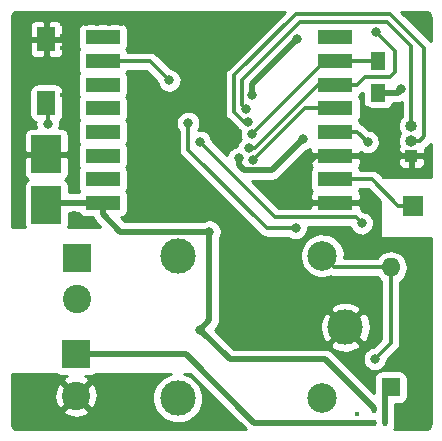
<source format=gtl>
G04 #@! TF.GenerationSoftware,KiCad,Pcbnew,no-vcs-found-44b118f~58~ubuntu16.04.1*
G04 #@! TF.CreationDate,2017-06-12T14:53:59+03:00*
G04 #@! TF.ProjectId,led_strip_actuator_node,6C65645F73747269705F616374756174,rev?*
G04 #@! TF.FileFunction,Copper,L1,Top,Signal*
G04 #@! TF.FilePolarity,Positive*
%FSLAX46Y46*%
G04 Gerber Fmt 4.6, Leading zero omitted, Abs format (unit mm)*
G04 Created by KiCad (PCBNEW no-vcs-found-44b118f~58~ubuntu16.04.1) date Mon Jun 12 14:53:59 2017*
%MOMM*%
%LPD*%
G01*
G04 APERTURE LIST*
%ADD10C,0.100000*%
%ADD11R,1.600000X2.000000*%
%ADD12R,2.500000X3.200000*%
%ADD13O,1.600000X1.600000*%
%ADD14R,1.600000X1.600000*%
%ADD15R,1.700000X1.700000*%
%ADD16R,1.300000X1.500000*%
%ADD17C,2.500000*%
%ADD18C,3.000000*%
%ADD19R,3.000000X1.200000*%
%ADD20R,2.400000X2.400000*%
%ADD21C,2.400000*%
%ADD22O,1.000000X1.000000*%
%ADD23R,1.000000X1.000000*%
%ADD24R,0.400000X0.600000*%
%ADD25C,0.400000*%
%ADD26C,0.800000*%
%ADD27C,0.350000*%
%ADD28C,0.500000*%
%ADD29C,0.254000*%
G04 APERTURE END LIST*
D10*
D11*
X114800000Y-59300000D03*
X114800000Y-64700000D03*
D12*
X114800000Y-69050000D03*
X114800000Y-73350000D03*
D13*
X143940000Y-78640000D03*
D14*
X143940000Y-88800000D03*
D15*
X145800000Y-73400000D03*
D16*
X142850000Y-61150000D03*
X142850000Y-63850000D03*
D17*
X138150000Y-77650000D03*
X138150000Y-89650000D03*
D18*
X140100000Y-83700000D03*
X125900000Y-77700000D03*
X125900000Y-89700000D03*
D19*
X139265935Y-59168221D03*
X139265935Y-61168221D03*
X139265935Y-63168221D03*
X139265935Y-65168221D03*
X139265935Y-67168221D03*
X139265935Y-69168221D03*
X139265935Y-71168221D03*
X139265935Y-73168221D03*
X119565935Y-73168221D03*
X119565935Y-71168221D03*
X119565935Y-69168221D03*
X119565935Y-67168221D03*
X119565935Y-65168221D03*
X119565935Y-63168221D03*
X119565935Y-61168221D03*
X119565935Y-59168221D03*
D20*
X117400000Y-77800000D03*
D21*
X117400000Y-81300000D03*
X117300000Y-89500000D03*
D20*
X117300000Y-86000000D03*
D22*
X145700000Y-66660000D03*
X145700000Y-67930000D03*
D23*
X145700000Y-69200000D03*
D24*
X143450000Y-90700000D03*
X142550000Y-90700000D03*
X143450000Y-91800000D03*
X142550000Y-91800000D03*
D25*
X113117568Y-58027381D03*
X116117568Y-58027381D03*
X117117568Y-58027381D03*
X118117568Y-58027381D03*
X119117568Y-58027381D03*
X120117568Y-58027381D03*
X121117568Y-58027381D03*
X122117568Y-58027381D03*
X123117568Y-58027381D03*
X124117568Y-58027381D03*
X125117568Y-58027381D03*
X147117568Y-58027381D03*
X113117568Y-59027381D03*
X116117568Y-59027381D03*
X117117568Y-59027381D03*
X122117568Y-59027381D03*
X113117568Y-60027381D03*
X116117568Y-60027381D03*
X117117568Y-60027381D03*
X122117568Y-60027381D03*
X113117568Y-61027381D03*
X114117568Y-61027381D03*
X115117568Y-61027381D03*
X116117568Y-61027381D03*
X117117568Y-61027381D03*
X113117568Y-62027381D03*
X114117568Y-62027381D03*
X115117568Y-62027381D03*
X116117568Y-62027381D03*
X117117568Y-62027381D03*
X113117568Y-63027381D03*
X114117568Y-63027381D03*
X115117568Y-63027381D03*
X116117568Y-63027381D03*
X117117568Y-63027381D03*
X113117568Y-64027381D03*
X116117568Y-64027381D03*
X117117568Y-64027381D03*
X123117568Y-64027381D03*
X127117568Y-64027381D03*
X113117568Y-65027381D03*
X127117568Y-65027381D03*
X129117568Y-65027381D03*
X144117568Y-65027381D03*
X113117568Y-66027381D03*
X144117568Y-66027381D03*
X117117568Y-67027381D03*
X117117568Y-68027381D03*
X144117568Y-70027381D03*
X124117568Y-71027381D03*
X125117568Y-71027381D03*
X117117568Y-72027381D03*
X124117568Y-72027381D03*
X125117568Y-72027381D03*
X117117568Y-74027381D03*
X123117568Y-74027381D03*
X117117568Y-75027381D03*
X118117568Y-75027381D03*
X132117568Y-76027381D03*
X140117568Y-76027381D03*
X143117568Y-77027381D03*
X144117568Y-77027381D03*
X145117568Y-77027381D03*
X146117568Y-77027381D03*
X147117568Y-77027381D03*
X146117568Y-78027381D03*
X147117568Y-78027381D03*
X146117568Y-79027381D03*
X147117568Y-79027381D03*
X131117568Y-80027381D03*
X132117568Y-80027381D03*
X133117568Y-80027381D03*
X134117568Y-80027381D03*
X135117568Y-80027381D03*
X136117568Y-80027381D03*
X137117568Y-80027381D03*
X138117568Y-80027381D03*
X139117568Y-80027381D03*
X140117568Y-80027381D03*
X143117568Y-80027381D03*
X146117568Y-80027381D03*
X147117568Y-80027381D03*
X132117568Y-81027381D03*
X133117568Y-81027381D03*
X134117568Y-81027381D03*
X135117568Y-81027381D03*
X136117568Y-81027381D03*
X137117568Y-81027381D03*
X138117568Y-81027381D03*
X139117568Y-81027381D03*
X140117568Y-81027381D03*
X145117568Y-81027381D03*
X146117568Y-81027381D03*
X147117568Y-81027381D03*
X132117568Y-82027381D03*
X133117568Y-82027381D03*
X134117568Y-82027381D03*
X138117568Y-82027381D03*
X146117568Y-82027381D03*
X147117568Y-82027381D03*
X132117568Y-83027381D03*
X133117568Y-83027381D03*
X134117568Y-83027381D03*
X146117568Y-83027381D03*
X147117568Y-83027381D03*
X132117568Y-84027381D03*
X133117568Y-84027381D03*
X134117568Y-84027381D03*
X146117568Y-84027381D03*
X147117568Y-84027381D03*
X132117568Y-85027381D03*
X133117568Y-85027381D03*
X134117568Y-85027381D03*
X138117568Y-85027381D03*
X146117568Y-85027381D03*
X147117568Y-85027381D03*
X145117568Y-86027381D03*
X146117568Y-86027381D03*
X147117568Y-86027381D03*
X141117568Y-87027381D03*
X145117568Y-87027381D03*
X146117568Y-87027381D03*
X147117568Y-87027381D03*
X142117568Y-88027381D03*
X146117568Y-88027381D03*
X147117568Y-88027381D03*
X113117568Y-89027381D03*
X114117568Y-89027381D03*
X115117568Y-89027381D03*
X120117568Y-89027381D03*
X121117568Y-89027381D03*
X122117568Y-89027381D03*
X123117568Y-89027381D03*
X146117568Y-89027381D03*
X147117568Y-89027381D03*
X113117568Y-90027381D03*
X114117568Y-90027381D03*
X115117568Y-90027381D03*
X120117568Y-90027381D03*
X121117568Y-90027381D03*
X122117568Y-90027381D03*
X123117568Y-90027381D03*
X146117568Y-90027381D03*
X147117568Y-90027381D03*
X113117568Y-91027381D03*
X114117568Y-91027381D03*
X115117568Y-91027381D03*
X116117568Y-91027381D03*
X120117568Y-91027381D03*
X121117568Y-91027381D03*
X122117568Y-91027381D03*
X123117568Y-91027381D03*
X124117568Y-91027381D03*
X141117568Y-91027381D03*
X145117568Y-91027381D03*
X146117568Y-91027381D03*
X147117568Y-91027381D03*
X113117568Y-92027381D03*
X114117568Y-92027381D03*
X115117568Y-92027381D03*
X116117568Y-92027381D03*
X117117568Y-92027381D03*
X118117568Y-92027381D03*
X119117568Y-92027381D03*
X120117568Y-92027381D03*
X121117568Y-92027381D03*
X122117568Y-92027381D03*
X123117568Y-92027381D03*
X124117568Y-92027381D03*
X125117568Y-92027381D03*
X128117568Y-92027381D03*
X129117568Y-92027381D03*
X130117568Y-92027381D03*
X131117568Y-92027381D03*
X145117568Y-92027381D03*
X146117568Y-92027381D03*
X147117568Y-92027381D03*
D26*
X128400000Y-57600000D03*
X124300000Y-60500000D03*
X142000000Y-65364998D03*
X133800000Y-71900000D03*
X135700000Y-71200000D03*
X127800002Y-83900000D03*
X136028353Y-59328353D03*
X132225021Y-64056295D03*
X144824990Y-63556337D03*
X131075010Y-69400000D03*
X128600000Y-75600000D03*
X136500000Y-67800000D03*
X132294179Y-69549988D03*
X142000000Y-68035002D03*
X135900000Y-75300000D03*
X114900000Y-66500000D03*
X126800000Y-66400000D03*
X142700000Y-58725021D03*
X131950010Y-68505204D03*
X142600000Y-86400000D03*
X125200000Y-62800000D03*
X127775010Y-68000000D03*
X141500000Y-74900000D03*
X132216086Y-67353621D03*
X131900000Y-66300000D03*
X131700000Y-65200000D03*
D27*
X142000000Y-65364998D02*
X142000000Y-66200000D01*
X142000000Y-66200000D02*
X145000000Y-69200000D01*
X145000000Y-69200000D02*
X145700000Y-69200000D01*
X127200000Y-57600000D02*
X128400000Y-57600000D01*
X124300000Y-60500000D02*
X127200000Y-57600000D01*
X135700000Y-71200000D02*
X134500000Y-71200000D01*
X134500000Y-71200000D02*
X133800000Y-71900000D01*
X135700000Y-71200000D02*
X137731779Y-69168221D01*
X137731779Y-69168221D02*
X139265935Y-69168221D01*
D28*
X142550000Y-90700000D02*
X142550000Y-90550000D01*
X142550000Y-90550000D02*
X138400000Y-86400000D01*
X130300002Y-86400000D02*
X127800002Y-83900000D01*
X138400000Y-86400000D02*
X130300002Y-86400000D01*
X128600000Y-83100002D02*
X127800002Y-83900000D01*
X128600000Y-75600000D02*
X128600000Y-83100002D01*
X132225021Y-64056295D02*
X132225021Y-63131685D01*
X132225021Y-63131685D02*
X136028353Y-59328353D01*
X144531327Y-63850000D02*
X144824990Y-63556337D01*
X142850000Y-63850000D02*
X144531327Y-63850000D01*
X131075010Y-69965685D02*
X131075010Y-69400000D01*
X131534315Y-70424990D02*
X131075010Y-69965685D01*
X136500000Y-67800000D02*
X133875010Y-70424990D01*
X133875010Y-70424990D02*
X131534315Y-70424990D01*
X128600000Y-75600000D02*
X121047714Y-75600000D01*
X121047714Y-75600000D02*
X119565935Y-74118221D01*
X119565935Y-74118221D02*
X119565935Y-73168221D01*
X119565935Y-73168221D02*
X114981779Y-73168221D01*
X114981779Y-73168221D02*
X114800000Y-73350000D01*
D27*
X136675946Y-65168221D02*
X132294179Y-69549988D01*
X139265935Y-65168221D02*
X136675946Y-65168221D01*
X139265935Y-67168221D02*
X141133219Y-67168221D01*
X141133219Y-67168221D02*
X142000000Y-68035002D01*
X133429986Y-75300000D02*
X135900000Y-75300000D01*
X126800000Y-66400000D02*
X126800000Y-68670014D01*
X126800000Y-68670014D02*
X133429986Y-75300000D01*
X114900000Y-66500000D02*
X114900000Y-64800000D01*
X114900000Y-64800000D02*
X114800000Y-64700000D01*
X144300000Y-60325021D02*
X142700000Y-58725021D01*
X144300000Y-62100000D02*
X144300000Y-60325021D01*
X143900000Y-62500000D02*
X144300000Y-62100000D01*
X141115935Y-63168221D02*
X141784156Y-62500000D01*
X139265935Y-63168221D02*
X141115935Y-63168221D01*
X141784156Y-62500000D02*
X143900000Y-62500000D01*
X139265935Y-63168221D02*
X137751783Y-63168221D01*
X137751783Y-63168221D02*
X132414800Y-68505204D01*
X132414800Y-68505204D02*
X131950010Y-68505204D01*
X143940000Y-78640000D02*
X143940000Y-85060000D01*
X143940000Y-85060000D02*
X142600000Y-86400000D01*
X143940000Y-78640000D02*
X139140000Y-78640000D01*
X139140000Y-78640000D02*
X138150000Y-77650000D01*
X119565935Y-61168221D02*
X123568221Y-61168221D01*
X123568221Y-61168221D02*
X125200000Y-62800000D01*
X141500000Y-74900000D02*
X141000000Y-74400000D01*
X141000000Y-74400000D02*
X134175010Y-74400000D01*
X134175010Y-74400000D02*
X127775010Y-68000000D01*
X138365935Y-61168221D02*
X132216086Y-67318070D01*
X139265935Y-61168221D02*
X138365935Y-61168221D01*
X132216086Y-67318070D02*
X132216086Y-67353621D01*
X139265935Y-61168221D02*
X142831779Y-61168221D01*
X142831779Y-61168221D02*
X142850000Y-61150000D01*
X139284156Y-61150000D02*
X139265935Y-61168221D01*
D28*
X142550000Y-91800000D02*
X132400000Y-91800000D01*
X126600000Y-86000000D02*
X117300000Y-86000000D01*
X132400000Y-91800000D02*
X126600000Y-86000000D01*
D27*
X145800000Y-73400000D02*
X144600000Y-73400000D01*
X144600000Y-73400000D02*
X142368221Y-71168221D01*
X142368221Y-71168221D02*
X139265935Y-71168221D01*
X139297714Y-71200000D02*
X139265935Y-71168221D01*
X131900000Y-66300000D02*
X131504998Y-66300000D01*
X131504998Y-66300000D02*
X130700001Y-65495003D01*
X130700001Y-65495003D02*
X130700001Y-62385743D01*
X130700001Y-62385743D02*
X135885744Y-57200000D01*
X135885744Y-57200000D02*
X143900000Y-57200000D01*
X143900000Y-57200000D02*
X146800000Y-60100000D01*
X146800000Y-60100000D02*
X146800000Y-67537106D01*
X146800000Y-67537106D02*
X146407106Y-67930000D01*
X146407106Y-67930000D02*
X145700000Y-67930000D01*
X131350011Y-64850011D02*
X131700000Y-65200000D01*
X131350011Y-62769243D02*
X131350011Y-64850011D01*
X143630757Y-57850011D02*
X136269243Y-57850011D01*
X145700000Y-59919254D02*
X143630757Y-57850011D01*
X136269243Y-57850011D02*
X131350011Y-62769243D01*
X145700000Y-66660000D02*
X145700000Y-59919254D01*
D28*
X143450000Y-90700000D02*
X143450000Y-89290000D01*
X143450000Y-89290000D02*
X143940000Y-88800000D01*
X143450000Y-90700000D02*
X143450000Y-91800000D01*
D29*
G36*
X115648815Y-87651185D02*
X115745506Y-87730537D01*
X115855820Y-87789502D01*
X115975518Y-87825812D01*
X116100000Y-87838072D01*
X116506903Y-87838072D01*
X116321514Y-87937164D01*
X116201626Y-88222020D01*
X117300000Y-89320395D01*
X118398374Y-88222020D01*
X118278486Y-87937164D01*
X118079088Y-87838072D01*
X118500000Y-87838072D01*
X118624482Y-87825812D01*
X118744180Y-87789502D01*
X118854494Y-87730537D01*
X118951185Y-87651185D01*
X118971033Y-87627000D01*
X125372681Y-87627000D01*
X125294284Y-87641955D01*
X124906077Y-87798801D01*
X124555728Y-88028063D01*
X124256582Y-88321008D01*
X124020033Y-88666479D01*
X123855091Y-89051317D01*
X123768040Y-89460862D01*
X123762194Y-89879517D01*
X123837776Y-90291333D01*
X123991908Y-90680626D01*
X124218719Y-91032567D01*
X124509569Y-91333751D01*
X124853380Y-91572706D01*
X125237057Y-91740330D01*
X125645984Y-91830239D01*
X126064588Y-91839007D01*
X126476922Y-91766302D01*
X126867281Y-91614891D01*
X127220797Y-91390543D01*
X127524004Y-91101803D01*
X127765354Y-90759668D01*
X127935652Y-90377171D01*
X128028413Y-89968881D01*
X128035091Y-89490652D01*
X127953766Y-89079931D01*
X127794214Y-88692829D01*
X127562512Y-88344089D01*
X127267485Y-88046995D01*
X126920371Y-87812864D01*
X126534391Y-87650613D01*
X126419358Y-87627000D01*
X126975420Y-87627000D01*
X131663421Y-92315000D01*
X112333503Y-92315000D01*
X112220031Y-92303874D01*
X112143110Y-92280650D01*
X112072159Y-92242925D01*
X112009892Y-92192142D01*
X111958673Y-92130228D01*
X111920456Y-92059547D01*
X111896694Y-91982788D01*
X111885000Y-91871521D01*
X111885000Y-90777980D01*
X116201626Y-90777980D01*
X116321514Y-91062836D01*
X116645210Y-91223699D01*
X116994069Y-91318322D01*
X117354684Y-91343067D01*
X117713198Y-91296985D01*
X118055833Y-91181846D01*
X118278486Y-91062836D01*
X118398374Y-90777980D01*
X117300000Y-89679605D01*
X116201626Y-90777980D01*
X111885000Y-90777980D01*
X111885000Y-89554684D01*
X115456933Y-89554684D01*
X115503015Y-89913198D01*
X115618154Y-90255833D01*
X115737164Y-90478486D01*
X116022020Y-90598374D01*
X117120395Y-89500000D01*
X117479605Y-89500000D01*
X118577980Y-90598374D01*
X118862836Y-90478486D01*
X119023699Y-90154790D01*
X119118322Y-89805931D01*
X119143067Y-89445316D01*
X119096985Y-89086802D01*
X118981846Y-88744167D01*
X118862836Y-88521514D01*
X118577980Y-88401626D01*
X117479605Y-89500000D01*
X117120395Y-89500000D01*
X116022020Y-88401626D01*
X115737164Y-88521514D01*
X115576301Y-88845210D01*
X115481678Y-89194069D01*
X115456933Y-89554684D01*
X111885000Y-89554684D01*
X111885000Y-87627000D01*
X115628967Y-87627000D01*
X115648815Y-87651185D01*
X115648815Y-87651185D01*
G37*
X115648815Y-87651185D02*
X115745506Y-87730537D01*
X115855820Y-87789502D01*
X115975518Y-87825812D01*
X116100000Y-87838072D01*
X116506903Y-87838072D01*
X116321514Y-87937164D01*
X116201626Y-88222020D01*
X117300000Y-89320395D01*
X118398374Y-88222020D01*
X118278486Y-87937164D01*
X118079088Y-87838072D01*
X118500000Y-87838072D01*
X118624482Y-87825812D01*
X118744180Y-87789502D01*
X118854494Y-87730537D01*
X118951185Y-87651185D01*
X118971033Y-87627000D01*
X125372681Y-87627000D01*
X125294284Y-87641955D01*
X124906077Y-87798801D01*
X124555728Y-88028063D01*
X124256582Y-88321008D01*
X124020033Y-88666479D01*
X123855091Y-89051317D01*
X123768040Y-89460862D01*
X123762194Y-89879517D01*
X123837776Y-90291333D01*
X123991908Y-90680626D01*
X124218719Y-91032567D01*
X124509569Y-91333751D01*
X124853380Y-91572706D01*
X125237057Y-91740330D01*
X125645984Y-91830239D01*
X126064588Y-91839007D01*
X126476922Y-91766302D01*
X126867281Y-91614891D01*
X127220797Y-91390543D01*
X127524004Y-91101803D01*
X127765354Y-90759668D01*
X127935652Y-90377171D01*
X128028413Y-89968881D01*
X128035091Y-89490652D01*
X127953766Y-89079931D01*
X127794214Y-88692829D01*
X127562512Y-88344089D01*
X127267485Y-88046995D01*
X126920371Y-87812864D01*
X126534391Y-87650613D01*
X126419358Y-87627000D01*
X126975420Y-87627000D01*
X131663421Y-92315000D01*
X112333503Y-92315000D01*
X112220031Y-92303874D01*
X112143110Y-92280650D01*
X112072159Y-92242925D01*
X112009892Y-92192142D01*
X111958673Y-92130228D01*
X111920456Y-92059547D01*
X111896694Y-91982788D01*
X111885000Y-91871521D01*
X111885000Y-90777980D01*
X116201626Y-90777980D01*
X116321514Y-91062836D01*
X116645210Y-91223699D01*
X116994069Y-91318322D01*
X117354684Y-91343067D01*
X117713198Y-91296985D01*
X118055833Y-91181846D01*
X118278486Y-91062836D01*
X118398374Y-90777980D01*
X117300000Y-89679605D01*
X116201626Y-90777980D01*
X111885000Y-90777980D01*
X111885000Y-89554684D01*
X115456933Y-89554684D01*
X115503015Y-89913198D01*
X115618154Y-90255833D01*
X115737164Y-90478486D01*
X116022020Y-90598374D01*
X117120395Y-89500000D01*
X117479605Y-89500000D01*
X118577980Y-90598374D01*
X118862836Y-90478486D01*
X119023699Y-90154790D01*
X119118322Y-89805931D01*
X119143067Y-89445316D01*
X119096985Y-89086802D01*
X118981846Y-88744167D01*
X118862836Y-88521514D01*
X118577980Y-88401626D01*
X117479605Y-89500000D01*
X117120395Y-89500000D01*
X116022020Y-88401626D01*
X115737164Y-88521514D01*
X115576301Y-88845210D01*
X115481678Y-89194069D01*
X115456933Y-89554684D01*
X111885000Y-89554684D01*
X111885000Y-87627000D01*
X115628967Y-87627000D01*
X115648815Y-87651185D01*
G36*
X130127245Y-61812987D02*
X130079744Y-61870814D01*
X130031659Y-61928120D01*
X130029609Y-61931848D01*
X130026903Y-61935143D01*
X129991542Y-62001091D01*
X129955501Y-62066650D01*
X129954212Y-62070713D01*
X129952201Y-62074464D01*
X129930349Y-62145938D01*
X129907701Y-62217335D01*
X129907226Y-62221573D01*
X129905982Y-62225641D01*
X129898426Y-62300026D01*
X129890080Y-62374434D01*
X129890022Y-62382760D01*
X129890006Y-62382916D01*
X129890020Y-62383061D01*
X129890001Y-62385743D01*
X129890001Y-65495003D01*
X129897309Y-65569538D01*
X129903824Y-65644004D01*
X129905011Y-65648090D01*
X129905427Y-65652333D01*
X129927054Y-65723965D01*
X129947927Y-65795811D01*
X129949889Y-65799596D01*
X129951119Y-65803670D01*
X129986224Y-65869692D01*
X130020678Y-65936161D01*
X130023336Y-65939491D01*
X130025335Y-65943250D01*
X130072621Y-66001228D01*
X130119304Y-66059707D01*
X130125146Y-66065630D01*
X130125249Y-66065757D01*
X130125366Y-66065854D01*
X130127245Y-66067759D01*
X130932242Y-66872757D01*
X130990077Y-66920263D01*
X131047375Y-66968342D01*
X131051106Y-66970393D01*
X131054399Y-66973098D01*
X131120326Y-67008447D01*
X131173475Y-67037667D01*
X131215767Y-67081461D01*
X131182559Y-67237692D01*
X131179725Y-67440647D01*
X131216366Y-67640286D01*
X131254789Y-67737332D01*
X131153318Y-67836700D01*
X131038644Y-68004176D01*
X130958684Y-68190737D01*
X130919306Y-68375993D01*
X130781373Y-68402306D01*
X130593178Y-68478341D01*
X130423337Y-68589482D01*
X130278318Y-68731496D01*
X130163644Y-68898972D01*
X130083684Y-69085533D01*
X130070076Y-69149554D01*
X128807837Y-67887315D01*
X128770630Y-67699405D01*
X128693283Y-67511746D01*
X128580958Y-67342684D01*
X128437936Y-67198660D01*
X128269663Y-67085158D01*
X128082549Y-67006503D01*
X127883720Y-66965689D01*
X127680751Y-66964272D01*
X127666722Y-66966948D01*
X127704282Y-66913703D01*
X127786839Y-66728278D01*
X127831807Y-66530348D01*
X127835044Y-66298513D01*
X127795620Y-66099405D01*
X127718273Y-65911746D01*
X127605948Y-65742684D01*
X127462926Y-65598660D01*
X127294653Y-65485158D01*
X127107539Y-65406503D01*
X126908710Y-65365689D01*
X126705741Y-65364272D01*
X126506363Y-65402306D01*
X126318168Y-65478341D01*
X126148327Y-65589482D01*
X126003308Y-65731496D01*
X125888634Y-65898972D01*
X125808674Y-66085533D01*
X125766473Y-66284071D01*
X125763639Y-66487026D01*
X125800280Y-66686665D01*
X125875000Y-66875386D01*
X125984953Y-67045999D01*
X125990000Y-67051225D01*
X125990000Y-68670014D01*
X125997308Y-68744549D01*
X126003823Y-68819015D01*
X126005010Y-68823101D01*
X126005426Y-68827344D01*
X126027052Y-68898972D01*
X126047926Y-68970822D01*
X126049888Y-68974607D01*
X126051118Y-68978681D01*
X126086223Y-69044703D01*
X126120677Y-69111172D01*
X126123335Y-69114502D01*
X126125334Y-69118261D01*
X126172620Y-69176239D01*
X126219303Y-69234718D01*
X126225145Y-69240641D01*
X126225248Y-69240768D01*
X126225365Y-69240865D01*
X126227244Y-69242770D01*
X132857229Y-75872756D01*
X132915082Y-75920277D01*
X132972363Y-75968342D01*
X132976091Y-75970392D01*
X132979386Y-75973098D01*
X133045334Y-76008459D01*
X133110893Y-76044500D01*
X133114956Y-76045789D01*
X133118707Y-76047800D01*
X133190181Y-76069652D01*
X133261578Y-76092300D01*
X133265816Y-76092775D01*
X133269884Y-76094019D01*
X133344269Y-76101575D01*
X133418677Y-76109921D01*
X133427003Y-76109979D01*
X133427159Y-76109995D01*
X133427304Y-76109981D01*
X133429986Y-76110000D01*
X135251840Y-76110000D01*
X135392622Y-76207846D01*
X135578620Y-76289106D01*
X135776859Y-76332692D01*
X135979788Y-76336943D01*
X136179679Y-76301697D01*
X136368916Y-76228296D01*
X136540293Y-76119537D01*
X136687281Y-75979563D01*
X136804282Y-75813703D01*
X136886839Y-75628278D01*
X136931807Y-75430348D01*
X136934884Y-75210000D01*
X140509519Y-75210000D01*
X140575000Y-75375386D01*
X140684953Y-75545999D01*
X140825950Y-75692006D01*
X140992622Y-75807846D01*
X141178620Y-75889106D01*
X141376859Y-75932692D01*
X141579788Y-75936943D01*
X141779679Y-75901697D01*
X141968916Y-75828296D01*
X142140293Y-75719537D01*
X142287281Y-75579563D01*
X142404282Y-75413703D01*
X142486839Y-75228278D01*
X142531807Y-75030348D01*
X142535044Y-74798513D01*
X142495620Y-74599405D01*
X142418273Y-74411746D01*
X142305948Y-74242684D01*
X142162926Y-74098660D01*
X141994653Y-73985158D01*
X141807539Y-73906503D01*
X141611845Y-73866332D01*
X141572756Y-73827244D01*
X141514929Y-73779743D01*
X141457623Y-73731658D01*
X141453895Y-73729608D01*
X141450600Y-73726902D01*
X141400935Y-73700272D01*
X141400935Y-73453971D01*
X141242185Y-73295221D01*
X139392935Y-73295221D01*
X139392935Y-73315221D01*
X139138935Y-73315221D01*
X139138935Y-73295221D01*
X137289685Y-73295221D01*
X137130935Y-73453971D01*
X137130935Y-73590000D01*
X134510523Y-73590000D01*
X132230513Y-71309990D01*
X133875010Y-71309990D01*
X133956366Y-71302013D01*
X134037806Y-71294888D01*
X134042277Y-71293589D01*
X134046907Y-71293135D01*
X134125141Y-71269515D01*
X134203670Y-71246700D01*
X134207803Y-71244558D01*
X134212257Y-71243213D01*
X134284398Y-71204855D01*
X134357016Y-71167214D01*
X134360656Y-71164308D01*
X134364762Y-71162125D01*
X134428081Y-71110483D01*
X134492001Y-71059456D01*
X134498484Y-71053063D01*
X134498611Y-71052960D01*
X134498708Y-71052843D01*
X134500800Y-71050780D01*
X136743503Y-68808076D01*
X136779679Y-68801697D01*
X136968916Y-68728296D01*
X137130935Y-68625476D01*
X137130935Y-68882471D01*
X137289685Y-69041221D01*
X139138935Y-69041221D01*
X139138935Y-69021221D01*
X139392935Y-69021221D01*
X139392935Y-69041221D01*
X141242185Y-69041221D01*
X141400935Y-68882471D01*
X141400935Y-68879124D01*
X141492622Y-68942848D01*
X141678620Y-69024108D01*
X141876859Y-69067694D01*
X142079788Y-69071945D01*
X142279679Y-69036699D01*
X142468916Y-68963298D01*
X142640293Y-68854539D01*
X142787281Y-68714565D01*
X142904282Y-68548705D01*
X142986839Y-68363280D01*
X143031807Y-68165350D01*
X143035044Y-67933515D01*
X142995620Y-67734407D01*
X142918273Y-67546748D01*
X142805948Y-67377686D01*
X142662926Y-67233662D01*
X142494653Y-67120160D01*
X142307539Y-67041505D01*
X142111845Y-67001335D01*
X141705975Y-66595465D01*
X141648148Y-66547964D01*
X141590842Y-66499879D01*
X141587114Y-66497829D01*
X141583819Y-66495123D01*
X141517871Y-66459762D01*
X141452312Y-66423721D01*
X141448249Y-66422432D01*
X141444498Y-66420421D01*
X141378558Y-66400261D01*
X141355437Y-66324041D01*
X141296472Y-66213727D01*
X141259126Y-66168221D01*
X141296472Y-66122715D01*
X141355437Y-66012401D01*
X141391747Y-65892703D01*
X141404007Y-65768221D01*
X141404007Y-64568221D01*
X141391747Y-64443739D01*
X141355437Y-64324041D01*
X141296472Y-64213727D01*
X141259126Y-64168221D01*
X141296472Y-64122715D01*
X141355437Y-64012401D01*
X141380152Y-63930925D01*
X141416743Y-63920295D01*
X141420528Y-63918333D01*
X141424602Y-63917103D01*
X141490624Y-63881998D01*
X141557093Y-63847544D01*
X141560423Y-63844886D01*
X141561928Y-63844085D01*
X141561928Y-64600000D01*
X141574188Y-64724482D01*
X141610498Y-64844180D01*
X141669463Y-64954494D01*
X141748815Y-65051185D01*
X141845506Y-65130537D01*
X141955820Y-65189502D01*
X142075518Y-65225812D01*
X142200000Y-65238072D01*
X143500000Y-65238072D01*
X143624482Y-65225812D01*
X143744180Y-65189502D01*
X143854494Y-65130537D01*
X143951185Y-65051185D01*
X144030537Y-64954494D01*
X144089502Y-64844180D01*
X144122621Y-64735000D01*
X144531327Y-64735000D01*
X144612683Y-64727023D01*
X144694123Y-64719898D01*
X144698594Y-64718599D01*
X144703224Y-64718145D01*
X144781458Y-64694525D01*
X144859987Y-64671710D01*
X144864120Y-64669568D01*
X144868574Y-64668223D01*
X144890000Y-64656831D01*
X144890000Y-65860376D01*
X144753550Y-66025316D01*
X144648193Y-66220170D01*
X144582690Y-66431777D01*
X144559536Y-66652076D01*
X144579612Y-66872678D01*
X144642154Y-67085178D01*
X144744781Y-67281484D01*
X144754743Y-67293874D01*
X144753550Y-67295316D01*
X144648193Y-67490170D01*
X144582690Y-67701777D01*
X144559536Y-67922076D01*
X144579612Y-68142678D01*
X144642154Y-68355178D01*
X144652926Y-68375784D01*
X144637270Y-68399215D01*
X144589403Y-68514777D01*
X144565000Y-68637458D01*
X144565000Y-68914250D01*
X144723750Y-69073000D01*
X145573000Y-69073000D01*
X145573000Y-69053038D01*
X145678661Y-69064889D01*
X145694508Y-69065000D01*
X145705492Y-69065000D01*
X145827000Y-69053086D01*
X145827000Y-69073000D01*
X146676250Y-69073000D01*
X146835000Y-68914250D01*
X146835000Y-68637458D01*
X146831166Y-68618186D01*
X146848264Y-68609323D01*
X146851594Y-68606665D01*
X146855353Y-68604666D01*
X146913331Y-68557380D01*
X146971810Y-68510697D01*
X146977733Y-68504855D01*
X146977860Y-68504752D01*
X146977957Y-68504635D01*
X146979862Y-68502756D01*
X147315000Y-68167619D01*
X147315000Y-70973000D01*
X143318512Y-70973000D01*
X142940977Y-70595465D01*
X142883150Y-70547964D01*
X142825844Y-70499879D01*
X142822116Y-70497829D01*
X142818821Y-70495123D01*
X142752873Y-70459762D01*
X142687314Y-70423721D01*
X142683251Y-70422432D01*
X142679500Y-70420421D01*
X142608026Y-70398569D01*
X142536629Y-70375921D01*
X142532391Y-70375446D01*
X142528323Y-70374202D01*
X142453938Y-70366646D01*
X142379530Y-70358300D01*
X142371204Y-70358242D01*
X142371048Y-70358226D01*
X142370903Y-70358240D01*
X142368221Y-70358221D01*
X141365805Y-70358221D01*
X141355437Y-70324041D01*
X141296472Y-70213727D01*
X141260915Y-70170401D01*
X141328665Y-70069006D01*
X141376532Y-69953444D01*
X141400935Y-69830763D01*
X141400935Y-69485750D01*
X144565000Y-69485750D01*
X144565000Y-69762542D01*
X144589403Y-69885223D01*
X144637270Y-70000785D01*
X144706763Y-70104789D01*
X144795211Y-70193237D01*
X144899215Y-70262730D01*
X145014777Y-70310597D01*
X145137458Y-70335000D01*
X145414250Y-70335000D01*
X145573000Y-70176250D01*
X145573000Y-69327000D01*
X145827000Y-69327000D01*
X145827000Y-70176250D01*
X145985750Y-70335000D01*
X146262542Y-70335000D01*
X146385223Y-70310597D01*
X146500785Y-70262730D01*
X146604789Y-70193237D01*
X146693237Y-70104789D01*
X146762730Y-70000785D01*
X146810597Y-69885223D01*
X146835000Y-69762542D01*
X146835000Y-69485750D01*
X146676250Y-69327000D01*
X145827000Y-69327000D01*
X145573000Y-69327000D01*
X144723750Y-69327000D01*
X144565000Y-69485750D01*
X141400935Y-69485750D01*
X141400935Y-69453971D01*
X141242185Y-69295221D01*
X139392935Y-69295221D01*
X139392935Y-69315221D01*
X139138935Y-69315221D01*
X139138935Y-69295221D01*
X137289685Y-69295221D01*
X137130935Y-69453971D01*
X137130935Y-69830763D01*
X137155338Y-69953444D01*
X137203205Y-70069006D01*
X137270955Y-70170401D01*
X137235398Y-70213727D01*
X137176433Y-70324041D01*
X137140123Y-70443739D01*
X137127863Y-70568221D01*
X137127863Y-71768221D01*
X137140123Y-71892703D01*
X137176433Y-72012401D01*
X137235398Y-72122715D01*
X137270955Y-72166041D01*
X137203205Y-72267436D01*
X137155338Y-72382998D01*
X137130935Y-72505679D01*
X137130935Y-72882471D01*
X137289685Y-73041221D01*
X139138935Y-73041221D01*
X139138935Y-73021221D01*
X139392935Y-73021221D01*
X139392935Y-73041221D01*
X141242185Y-73041221D01*
X141400935Y-72882471D01*
X141400935Y-72505679D01*
X141376532Y-72382998D01*
X141328665Y-72267436D01*
X141260915Y-72166041D01*
X141296472Y-72122715D01*
X141355437Y-72012401D01*
X141365805Y-71978221D01*
X142032709Y-71978221D01*
X143073000Y-73018513D01*
X143073000Y-76000000D01*
X143082667Y-76048601D01*
X143110197Y-76089803D01*
X143151399Y-76117333D01*
X143200000Y-76127000D01*
X147315000Y-76127000D01*
X147315000Y-91866497D01*
X147303874Y-91979969D01*
X147280650Y-92056890D01*
X147242925Y-92127841D01*
X147192142Y-92190108D01*
X147130228Y-92241327D01*
X147059547Y-92279544D01*
X146982788Y-92303306D01*
X146871521Y-92315000D01*
X144248354Y-92315000D01*
X144275812Y-92224482D01*
X144288072Y-92100000D01*
X144288072Y-92070973D01*
X144315661Y-91984002D01*
X144334914Y-91812357D01*
X144335000Y-91800000D01*
X144335000Y-90238072D01*
X144740000Y-90238072D01*
X144864482Y-90225812D01*
X144984180Y-90189502D01*
X145094494Y-90130537D01*
X145191185Y-90051185D01*
X145270537Y-89954494D01*
X145329502Y-89844180D01*
X145365812Y-89724482D01*
X145378072Y-89600000D01*
X145378072Y-88000000D01*
X145365812Y-87875518D01*
X145329502Y-87755820D01*
X145270537Y-87645506D01*
X145191185Y-87548815D01*
X145094494Y-87469463D01*
X144984180Y-87410498D01*
X144864482Y-87374188D01*
X144740000Y-87361928D01*
X143140000Y-87361928D01*
X143015518Y-87374188D01*
X142895820Y-87410498D01*
X142785506Y-87469463D01*
X142688815Y-87548815D01*
X142609463Y-87645506D01*
X142550498Y-87755820D01*
X142514188Y-87875518D01*
X142501928Y-88000000D01*
X142501928Y-89250349D01*
X139025790Y-85774210D01*
X138962574Y-85722284D01*
X138899996Y-85669775D01*
X138895919Y-85667534D01*
X138892322Y-85664579D01*
X138820292Y-85625957D01*
X138748639Y-85586565D01*
X138744200Y-85585157D01*
X138740101Y-85582959D01*
X138661974Y-85559073D01*
X138584002Y-85534339D01*
X138579374Y-85533820D01*
X138574926Y-85532460D01*
X138493661Y-85524206D01*
X138412357Y-85515086D01*
X138403253Y-85515023D01*
X138403089Y-85515006D01*
X138402936Y-85515020D01*
X138400000Y-85515000D01*
X130666581Y-85515000D01*
X130343234Y-85191653D01*
X138787952Y-85191653D01*
X138943962Y-85507214D01*
X139318745Y-85698020D01*
X139723551Y-85812044D01*
X140142824Y-85844902D01*
X140560451Y-85795334D01*
X140960383Y-85665243D01*
X141256038Y-85507214D01*
X141412048Y-85191653D01*
X140100000Y-83879605D01*
X138787952Y-85191653D01*
X130343234Y-85191653D01*
X129051581Y-83900000D01*
X129208757Y-83742824D01*
X137955098Y-83742824D01*
X138004666Y-84160451D01*
X138134757Y-84560383D01*
X138292786Y-84856038D01*
X138608347Y-85012048D01*
X139920395Y-83700000D01*
X140279605Y-83700000D01*
X141591653Y-85012048D01*
X141907214Y-84856038D01*
X142098020Y-84481255D01*
X142212044Y-84076449D01*
X142244902Y-83657176D01*
X142195334Y-83239549D01*
X142065243Y-82839617D01*
X141907214Y-82543962D01*
X141591653Y-82387952D01*
X140279605Y-83700000D01*
X139920395Y-83700000D01*
X138608347Y-82387952D01*
X138292786Y-82543962D01*
X138101980Y-82918745D01*
X137987956Y-83323551D01*
X137955098Y-83742824D01*
X129208757Y-83742824D01*
X129225789Y-83725792D01*
X129277691Y-83662605D01*
X129330225Y-83599998D01*
X129332466Y-83595921D01*
X129335421Y-83592324D01*
X129374043Y-83520294D01*
X129413435Y-83448641D01*
X129414843Y-83444202D01*
X129417041Y-83440103D01*
X129440927Y-83361976D01*
X129465661Y-83284004D01*
X129466180Y-83279376D01*
X129467540Y-83274928D01*
X129475794Y-83193663D01*
X129484914Y-83112359D01*
X129484977Y-83103255D01*
X129484994Y-83103091D01*
X129484980Y-83102938D01*
X129485000Y-83100002D01*
X129485000Y-82208347D01*
X138787952Y-82208347D01*
X140100000Y-83520395D01*
X141412048Y-82208347D01*
X141256038Y-81892786D01*
X140881255Y-81701980D01*
X140476449Y-81587956D01*
X140057176Y-81555098D01*
X139639549Y-81604666D01*
X139239617Y-81734757D01*
X138943962Y-81892786D01*
X138787952Y-82208347D01*
X129485000Y-82208347D01*
X129485000Y-77808496D01*
X136262522Y-77808496D01*
X136329254Y-78172091D01*
X136465338Y-78515799D01*
X136665590Y-78826529D01*
X136922382Y-79092446D01*
X137225935Y-79303420D01*
X137564684Y-79451416D01*
X137925729Y-79530797D01*
X138295315Y-79538539D01*
X138659367Y-79474346D01*
X138858794Y-79396994D01*
X138900208Y-79409656D01*
X138971592Y-79432300D01*
X138975829Y-79432775D01*
X138979897Y-79434019D01*
X139054288Y-79441576D01*
X139128691Y-79449921D01*
X139137017Y-79449979D01*
X139137173Y-79449995D01*
X139137318Y-79449981D01*
X139140000Y-79450000D01*
X142752049Y-79450000D01*
X142921766Y-79658093D01*
X143130000Y-79830359D01*
X143130000Y-84724487D01*
X142486556Y-85367932D01*
X142306363Y-85402306D01*
X142118168Y-85478341D01*
X141948327Y-85589482D01*
X141803308Y-85731496D01*
X141688634Y-85898972D01*
X141608674Y-86085533D01*
X141566473Y-86284071D01*
X141563639Y-86487026D01*
X141600280Y-86686665D01*
X141675000Y-86875386D01*
X141784953Y-87045999D01*
X141925950Y-87192006D01*
X142092622Y-87307846D01*
X142278620Y-87389106D01*
X142476859Y-87432692D01*
X142679788Y-87436943D01*
X142879679Y-87401697D01*
X143068916Y-87328296D01*
X143240293Y-87219537D01*
X143387281Y-87079563D01*
X143504282Y-86913703D01*
X143586839Y-86728278D01*
X143631807Y-86530348D01*
X143632043Y-86513470D01*
X144512756Y-85632757D01*
X144560277Y-85574904D01*
X144608342Y-85517623D01*
X144610392Y-85513895D01*
X144613098Y-85510600D01*
X144648459Y-85444652D01*
X144684500Y-85379093D01*
X144685789Y-85375030D01*
X144687800Y-85371279D01*
X144709656Y-85299792D01*
X144732300Y-85228408D01*
X144732775Y-85224171D01*
X144734019Y-85220103D01*
X144741576Y-85145712D01*
X144749921Y-85071309D01*
X144749979Y-85062983D01*
X144749995Y-85062827D01*
X144749981Y-85062682D01*
X144750000Y-85060000D01*
X144750000Y-79828205D01*
X144944017Y-79672211D01*
X145124038Y-79457671D01*
X145258959Y-79212250D01*
X145343642Y-78945296D01*
X145374860Y-78666979D01*
X145375000Y-78646943D01*
X145375000Y-78633057D01*
X145347671Y-78354331D01*
X145266724Y-78086221D01*
X145135242Y-77838940D01*
X144958234Y-77621907D01*
X144742442Y-77443388D01*
X144496085Y-77310183D01*
X144228547Y-77227367D01*
X143950018Y-77198092D01*
X143671108Y-77223475D01*
X143402440Y-77302548D01*
X143154247Y-77432300D01*
X142935983Y-77607789D01*
X142755962Y-77822329D01*
X142751745Y-77830000D01*
X140029986Y-77830000D01*
X140035081Y-77465166D01*
X139963279Y-77102539D01*
X139822410Y-76760764D01*
X139617839Y-76452860D01*
X139357358Y-76190555D01*
X139050890Y-75983839D01*
X138710107Y-75840587D01*
X138347990Y-75766255D01*
X137978331Y-75763674D01*
X137615211Y-75832943D01*
X137272461Y-75971423D01*
X136963137Y-76173840D01*
X136699019Y-76432482D01*
X136490169Y-76737500D01*
X136344542Y-77077275D01*
X136267683Y-77438864D01*
X136262522Y-77808496D01*
X129485000Y-77808496D01*
X129485000Y-76141037D01*
X129504282Y-76113703D01*
X129586839Y-75928278D01*
X129631807Y-75730348D01*
X129635044Y-75498513D01*
X129595620Y-75299405D01*
X129518273Y-75111746D01*
X129405948Y-74942684D01*
X129262926Y-74798660D01*
X129094653Y-74685158D01*
X128907539Y-74606503D01*
X128708710Y-74565689D01*
X128505741Y-74564272D01*
X128306363Y-74602306D01*
X128118168Y-74678341D01*
X128062147Y-74715000D01*
X121414293Y-74715000D01*
X121102031Y-74402738D01*
X121190417Y-74394033D01*
X121310115Y-74357723D01*
X121420429Y-74298758D01*
X121517120Y-74219406D01*
X121596472Y-74122715D01*
X121655437Y-74012401D01*
X121691747Y-73892703D01*
X121704007Y-73768221D01*
X121704007Y-72568221D01*
X121691747Y-72443739D01*
X121655437Y-72324041D01*
X121596472Y-72213727D01*
X121559126Y-72168221D01*
X121596472Y-72122715D01*
X121655437Y-72012401D01*
X121691747Y-71892703D01*
X121704007Y-71768221D01*
X121704007Y-70568221D01*
X121691747Y-70443739D01*
X121655437Y-70324041D01*
X121596472Y-70213727D01*
X121559126Y-70168221D01*
X121596472Y-70122715D01*
X121655437Y-70012401D01*
X121691747Y-69892703D01*
X121704007Y-69768221D01*
X121704007Y-68568221D01*
X121691747Y-68443739D01*
X121655437Y-68324041D01*
X121596472Y-68213727D01*
X121559126Y-68168221D01*
X121596472Y-68122715D01*
X121655437Y-68012401D01*
X121691747Y-67892703D01*
X121704007Y-67768221D01*
X121704007Y-66568221D01*
X121691747Y-66443739D01*
X121655437Y-66324041D01*
X121596472Y-66213727D01*
X121559126Y-66168221D01*
X121596472Y-66122715D01*
X121655437Y-66012401D01*
X121691747Y-65892703D01*
X121704007Y-65768221D01*
X121704007Y-64568221D01*
X121691747Y-64443739D01*
X121655437Y-64324041D01*
X121596472Y-64213727D01*
X121559126Y-64168221D01*
X121596472Y-64122715D01*
X121655437Y-64012401D01*
X121691747Y-63892703D01*
X121704007Y-63768221D01*
X121704007Y-62568221D01*
X121691747Y-62443739D01*
X121655437Y-62324041D01*
X121596472Y-62213727D01*
X121559126Y-62168221D01*
X121596472Y-62122715D01*
X121655437Y-62012401D01*
X121665805Y-61978221D01*
X123232709Y-61978221D01*
X124168613Y-62914125D01*
X124200280Y-63086665D01*
X124275000Y-63275386D01*
X124384953Y-63445999D01*
X124525950Y-63592006D01*
X124692622Y-63707846D01*
X124878620Y-63789106D01*
X125076859Y-63832692D01*
X125279788Y-63836943D01*
X125479679Y-63801697D01*
X125668916Y-63728296D01*
X125840293Y-63619537D01*
X125987281Y-63479563D01*
X126104282Y-63313703D01*
X126186839Y-63128278D01*
X126231807Y-62930348D01*
X126235044Y-62698513D01*
X126195620Y-62499405D01*
X126118273Y-62311746D01*
X126005948Y-62142684D01*
X125862926Y-61998660D01*
X125694653Y-61885158D01*
X125507539Y-61806503D01*
X125311844Y-61766332D01*
X124140977Y-60595465D01*
X124083150Y-60547964D01*
X124025844Y-60499879D01*
X124022116Y-60497829D01*
X124018821Y-60495123D01*
X123952873Y-60459762D01*
X123887314Y-60423721D01*
X123883251Y-60422432D01*
X123879500Y-60420421D01*
X123808026Y-60398569D01*
X123736629Y-60375921D01*
X123732391Y-60375446D01*
X123728323Y-60374202D01*
X123653938Y-60366646D01*
X123579530Y-60358300D01*
X123571204Y-60358242D01*
X123571048Y-60358226D01*
X123570903Y-60358240D01*
X123568221Y-60358221D01*
X121665805Y-60358221D01*
X121655437Y-60324041D01*
X121596472Y-60213727D01*
X121559126Y-60168221D01*
X121596472Y-60122715D01*
X121655437Y-60012401D01*
X121691747Y-59892703D01*
X121704007Y-59768221D01*
X121704007Y-58568221D01*
X121691747Y-58443739D01*
X121655437Y-58324041D01*
X121596472Y-58213727D01*
X121517120Y-58117036D01*
X121420429Y-58037684D01*
X121310115Y-57978719D01*
X121190417Y-57942409D01*
X121065935Y-57930149D01*
X118065935Y-57930149D01*
X117941453Y-57942409D01*
X117821755Y-57978719D01*
X117711441Y-58037684D01*
X117614750Y-58117036D01*
X117535398Y-58213727D01*
X117476433Y-58324041D01*
X117440123Y-58443739D01*
X117427863Y-58568221D01*
X117427863Y-59768221D01*
X117440123Y-59892703D01*
X117476433Y-60012401D01*
X117535398Y-60122715D01*
X117572744Y-60168221D01*
X117535398Y-60213727D01*
X117476433Y-60324041D01*
X117440123Y-60443739D01*
X117427863Y-60568221D01*
X117427863Y-61768221D01*
X117440123Y-61892703D01*
X117476433Y-62012401D01*
X117535398Y-62122715D01*
X117572744Y-62168221D01*
X117535398Y-62213727D01*
X117476433Y-62324041D01*
X117440123Y-62443739D01*
X117427863Y-62568221D01*
X117427863Y-63768221D01*
X117440123Y-63892703D01*
X117476433Y-64012401D01*
X117535398Y-64122715D01*
X117572744Y-64168221D01*
X117535398Y-64213727D01*
X117476433Y-64324041D01*
X117440123Y-64443739D01*
X117427863Y-64568221D01*
X117427863Y-65768221D01*
X117440123Y-65892703D01*
X117476433Y-66012401D01*
X117535398Y-66122715D01*
X117572744Y-66168221D01*
X117535398Y-66213727D01*
X117476433Y-66324041D01*
X117440123Y-66443739D01*
X117427863Y-66568221D01*
X117427863Y-67768221D01*
X117440123Y-67892703D01*
X117476433Y-68012401D01*
X117535398Y-68122715D01*
X117572744Y-68168221D01*
X117535398Y-68213727D01*
X117476433Y-68324041D01*
X117440123Y-68443739D01*
X117427863Y-68568221D01*
X117427863Y-69768221D01*
X117440123Y-69892703D01*
X117476433Y-70012401D01*
X117535398Y-70122715D01*
X117572744Y-70168221D01*
X117535398Y-70213727D01*
X117476433Y-70324041D01*
X117440123Y-70443739D01*
X117427863Y-70568221D01*
X117427863Y-71768221D01*
X117440123Y-71892703D01*
X117476433Y-72012401D01*
X117535398Y-72122715D01*
X117572744Y-72168221D01*
X117535398Y-72213727D01*
X117498252Y-72283221D01*
X116688072Y-72283221D01*
X116688072Y-71750000D01*
X116675812Y-71625518D01*
X116639502Y-71505820D01*
X116580537Y-71395506D01*
X116501185Y-71298815D01*
X116404494Y-71219463D01*
X116369057Y-71200521D01*
X116454789Y-71143237D01*
X116543237Y-71054789D01*
X116612730Y-70950785D01*
X116660597Y-70835223D01*
X116685000Y-70712542D01*
X116685000Y-69335750D01*
X116526250Y-69177000D01*
X114927000Y-69177000D01*
X114927000Y-69197000D01*
X114673000Y-69197000D01*
X114673000Y-69177000D01*
X113073750Y-69177000D01*
X112915000Y-69335750D01*
X112915000Y-70712542D01*
X112939403Y-70835223D01*
X112987270Y-70950785D01*
X113056763Y-71054789D01*
X113145211Y-71143237D01*
X113230943Y-71200521D01*
X113195506Y-71219463D01*
X113098815Y-71298815D01*
X113019463Y-71395506D01*
X112960498Y-71505820D01*
X112924188Y-71625518D01*
X112911928Y-71750000D01*
X112911928Y-74950000D01*
X112924188Y-75074482D01*
X112954073Y-75173000D01*
X111885000Y-75173000D01*
X111885000Y-67387458D01*
X112915000Y-67387458D01*
X112915000Y-68764250D01*
X113073750Y-68923000D01*
X114673000Y-68923000D01*
X114673000Y-68903000D01*
X114927000Y-68903000D01*
X114927000Y-68923000D01*
X116526250Y-68923000D01*
X116685000Y-68764250D01*
X116685000Y-67387458D01*
X116660597Y-67264777D01*
X116612730Y-67149215D01*
X116543237Y-67045211D01*
X116454789Y-66956763D01*
X116350785Y-66887270D01*
X116235223Y-66839403D01*
X116112542Y-66815000D01*
X115889856Y-66815000D01*
X115931807Y-66630348D01*
X115935044Y-66398513D01*
X115906829Y-66256015D01*
X115954494Y-66230537D01*
X116051185Y-66151185D01*
X116130537Y-66054494D01*
X116189502Y-65944180D01*
X116225812Y-65824482D01*
X116238072Y-65700000D01*
X116238072Y-63700000D01*
X116225812Y-63575518D01*
X116189502Y-63455820D01*
X116130537Y-63345506D01*
X116051185Y-63248815D01*
X115954494Y-63169463D01*
X115844180Y-63110498D01*
X115724482Y-63074188D01*
X115600000Y-63061928D01*
X114000000Y-63061928D01*
X113875518Y-63074188D01*
X113755820Y-63110498D01*
X113645506Y-63169463D01*
X113548815Y-63248815D01*
X113469463Y-63345506D01*
X113410498Y-63455820D01*
X113374188Y-63575518D01*
X113361928Y-63700000D01*
X113361928Y-65700000D01*
X113374188Y-65824482D01*
X113410498Y-65944180D01*
X113469463Y-66054494D01*
X113548815Y-66151185D01*
X113645506Y-66230537D01*
X113755820Y-66289502D01*
X113875518Y-66325812D01*
X113878788Y-66326134D01*
X113866473Y-66384071D01*
X113863639Y-66587026D01*
X113900280Y-66786665D01*
X113911499Y-66815000D01*
X113487458Y-66815000D01*
X113364777Y-66839403D01*
X113249215Y-66887270D01*
X113145211Y-66956763D01*
X113056763Y-67045211D01*
X112987270Y-67149215D01*
X112939403Y-67264777D01*
X112915000Y-67387458D01*
X111885000Y-67387458D01*
X111885000Y-59585750D01*
X113365000Y-59585750D01*
X113365000Y-60362542D01*
X113389403Y-60485223D01*
X113437270Y-60600785D01*
X113506763Y-60704789D01*
X113595211Y-60793237D01*
X113699215Y-60862730D01*
X113814777Y-60910597D01*
X113937458Y-60935000D01*
X114514250Y-60935000D01*
X114673000Y-60776250D01*
X114673000Y-59427000D01*
X114927000Y-59427000D01*
X114927000Y-60776250D01*
X115085750Y-60935000D01*
X115662542Y-60935000D01*
X115785223Y-60910597D01*
X115900785Y-60862730D01*
X116004789Y-60793237D01*
X116093237Y-60704789D01*
X116162730Y-60600785D01*
X116210597Y-60485223D01*
X116235000Y-60362542D01*
X116235000Y-59585750D01*
X116076250Y-59427000D01*
X114927000Y-59427000D01*
X114673000Y-59427000D01*
X113523750Y-59427000D01*
X113365000Y-59585750D01*
X111885000Y-59585750D01*
X111885000Y-58237458D01*
X113365000Y-58237458D01*
X113365000Y-59014250D01*
X113523750Y-59173000D01*
X114673000Y-59173000D01*
X114673000Y-57823750D01*
X114927000Y-57823750D01*
X114927000Y-59173000D01*
X116076250Y-59173000D01*
X116235000Y-59014250D01*
X116235000Y-58237458D01*
X116210597Y-58114777D01*
X116162730Y-57999215D01*
X116093237Y-57895211D01*
X116004789Y-57806763D01*
X115900785Y-57737270D01*
X115785223Y-57689403D01*
X115662542Y-57665000D01*
X115085750Y-57665000D01*
X114927000Y-57823750D01*
X114673000Y-57823750D01*
X114514250Y-57665000D01*
X113937458Y-57665000D01*
X113814777Y-57689403D01*
X113699215Y-57737270D01*
X113595211Y-57806763D01*
X113506763Y-57895211D01*
X113437270Y-57999215D01*
X113389403Y-58114777D01*
X113365000Y-58237458D01*
X111885000Y-58237458D01*
X111885000Y-57433503D01*
X111896126Y-57320031D01*
X111919350Y-57243108D01*
X111957073Y-57172161D01*
X112007859Y-57109891D01*
X112069771Y-57058674D01*
X112140456Y-57020455D01*
X112217212Y-56996694D01*
X112328479Y-56985000D01*
X134955231Y-56985000D01*
X130127245Y-61812987D01*
X130127245Y-61812987D01*
G37*
X130127245Y-61812987D02*
X130079744Y-61870814D01*
X130031659Y-61928120D01*
X130029609Y-61931848D01*
X130026903Y-61935143D01*
X129991542Y-62001091D01*
X129955501Y-62066650D01*
X129954212Y-62070713D01*
X129952201Y-62074464D01*
X129930349Y-62145938D01*
X129907701Y-62217335D01*
X129907226Y-62221573D01*
X129905982Y-62225641D01*
X129898426Y-62300026D01*
X129890080Y-62374434D01*
X129890022Y-62382760D01*
X129890006Y-62382916D01*
X129890020Y-62383061D01*
X129890001Y-62385743D01*
X129890001Y-65495003D01*
X129897309Y-65569538D01*
X129903824Y-65644004D01*
X129905011Y-65648090D01*
X129905427Y-65652333D01*
X129927054Y-65723965D01*
X129947927Y-65795811D01*
X129949889Y-65799596D01*
X129951119Y-65803670D01*
X129986224Y-65869692D01*
X130020678Y-65936161D01*
X130023336Y-65939491D01*
X130025335Y-65943250D01*
X130072621Y-66001228D01*
X130119304Y-66059707D01*
X130125146Y-66065630D01*
X130125249Y-66065757D01*
X130125366Y-66065854D01*
X130127245Y-66067759D01*
X130932242Y-66872757D01*
X130990077Y-66920263D01*
X131047375Y-66968342D01*
X131051106Y-66970393D01*
X131054399Y-66973098D01*
X131120326Y-67008447D01*
X131173475Y-67037667D01*
X131215767Y-67081461D01*
X131182559Y-67237692D01*
X131179725Y-67440647D01*
X131216366Y-67640286D01*
X131254789Y-67737332D01*
X131153318Y-67836700D01*
X131038644Y-68004176D01*
X130958684Y-68190737D01*
X130919306Y-68375993D01*
X130781373Y-68402306D01*
X130593178Y-68478341D01*
X130423337Y-68589482D01*
X130278318Y-68731496D01*
X130163644Y-68898972D01*
X130083684Y-69085533D01*
X130070076Y-69149554D01*
X128807837Y-67887315D01*
X128770630Y-67699405D01*
X128693283Y-67511746D01*
X128580958Y-67342684D01*
X128437936Y-67198660D01*
X128269663Y-67085158D01*
X128082549Y-67006503D01*
X127883720Y-66965689D01*
X127680751Y-66964272D01*
X127666722Y-66966948D01*
X127704282Y-66913703D01*
X127786839Y-66728278D01*
X127831807Y-66530348D01*
X127835044Y-66298513D01*
X127795620Y-66099405D01*
X127718273Y-65911746D01*
X127605948Y-65742684D01*
X127462926Y-65598660D01*
X127294653Y-65485158D01*
X127107539Y-65406503D01*
X126908710Y-65365689D01*
X126705741Y-65364272D01*
X126506363Y-65402306D01*
X126318168Y-65478341D01*
X126148327Y-65589482D01*
X126003308Y-65731496D01*
X125888634Y-65898972D01*
X125808674Y-66085533D01*
X125766473Y-66284071D01*
X125763639Y-66487026D01*
X125800280Y-66686665D01*
X125875000Y-66875386D01*
X125984953Y-67045999D01*
X125990000Y-67051225D01*
X125990000Y-68670014D01*
X125997308Y-68744549D01*
X126003823Y-68819015D01*
X126005010Y-68823101D01*
X126005426Y-68827344D01*
X126027052Y-68898972D01*
X126047926Y-68970822D01*
X126049888Y-68974607D01*
X126051118Y-68978681D01*
X126086223Y-69044703D01*
X126120677Y-69111172D01*
X126123335Y-69114502D01*
X126125334Y-69118261D01*
X126172620Y-69176239D01*
X126219303Y-69234718D01*
X126225145Y-69240641D01*
X126225248Y-69240768D01*
X126225365Y-69240865D01*
X126227244Y-69242770D01*
X132857229Y-75872756D01*
X132915082Y-75920277D01*
X132972363Y-75968342D01*
X132976091Y-75970392D01*
X132979386Y-75973098D01*
X133045334Y-76008459D01*
X133110893Y-76044500D01*
X133114956Y-76045789D01*
X133118707Y-76047800D01*
X133190181Y-76069652D01*
X133261578Y-76092300D01*
X133265816Y-76092775D01*
X133269884Y-76094019D01*
X133344269Y-76101575D01*
X133418677Y-76109921D01*
X133427003Y-76109979D01*
X133427159Y-76109995D01*
X133427304Y-76109981D01*
X133429986Y-76110000D01*
X135251840Y-76110000D01*
X135392622Y-76207846D01*
X135578620Y-76289106D01*
X135776859Y-76332692D01*
X135979788Y-76336943D01*
X136179679Y-76301697D01*
X136368916Y-76228296D01*
X136540293Y-76119537D01*
X136687281Y-75979563D01*
X136804282Y-75813703D01*
X136886839Y-75628278D01*
X136931807Y-75430348D01*
X136934884Y-75210000D01*
X140509519Y-75210000D01*
X140575000Y-75375386D01*
X140684953Y-75545999D01*
X140825950Y-75692006D01*
X140992622Y-75807846D01*
X141178620Y-75889106D01*
X141376859Y-75932692D01*
X141579788Y-75936943D01*
X141779679Y-75901697D01*
X141968916Y-75828296D01*
X142140293Y-75719537D01*
X142287281Y-75579563D01*
X142404282Y-75413703D01*
X142486839Y-75228278D01*
X142531807Y-75030348D01*
X142535044Y-74798513D01*
X142495620Y-74599405D01*
X142418273Y-74411746D01*
X142305948Y-74242684D01*
X142162926Y-74098660D01*
X141994653Y-73985158D01*
X141807539Y-73906503D01*
X141611845Y-73866332D01*
X141572756Y-73827244D01*
X141514929Y-73779743D01*
X141457623Y-73731658D01*
X141453895Y-73729608D01*
X141450600Y-73726902D01*
X141400935Y-73700272D01*
X141400935Y-73453971D01*
X141242185Y-73295221D01*
X139392935Y-73295221D01*
X139392935Y-73315221D01*
X139138935Y-73315221D01*
X139138935Y-73295221D01*
X137289685Y-73295221D01*
X137130935Y-73453971D01*
X137130935Y-73590000D01*
X134510523Y-73590000D01*
X132230513Y-71309990D01*
X133875010Y-71309990D01*
X133956366Y-71302013D01*
X134037806Y-71294888D01*
X134042277Y-71293589D01*
X134046907Y-71293135D01*
X134125141Y-71269515D01*
X134203670Y-71246700D01*
X134207803Y-71244558D01*
X134212257Y-71243213D01*
X134284398Y-71204855D01*
X134357016Y-71167214D01*
X134360656Y-71164308D01*
X134364762Y-71162125D01*
X134428081Y-71110483D01*
X134492001Y-71059456D01*
X134498484Y-71053063D01*
X134498611Y-71052960D01*
X134498708Y-71052843D01*
X134500800Y-71050780D01*
X136743503Y-68808076D01*
X136779679Y-68801697D01*
X136968916Y-68728296D01*
X137130935Y-68625476D01*
X137130935Y-68882471D01*
X137289685Y-69041221D01*
X139138935Y-69041221D01*
X139138935Y-69021221D01*
X139392935Y-69021221D01*
X139392935Y-69041221D01*
X141242185Y-69041221D01*
X141400935Y-68882471D01*
X141400935Y-68879124D01*
X141492622Y-68942848D01*
X141678620Y-69024108D01*
X141876859Y-69067694D01*
X142079788Y-69071945D01*
X142279679Y-69036699D01*
X142468916Y-68963298D01*
X142640293Y-68854539D01*
X142787281Y-68714565D01*
X142904282Y-68548705D01*
X142986839Y-68363280D01*
X143031807Y-68165350D01*
X143035044Y-67933515D01*
X142995620Y-67734407D01*
X142918273Y-67546748D01*
X142805948Y-67377686D01*
X142662926Y-67233662D01*
X142494653Y-67120160D01*
X142307539Y-67041505D01*
X142111845Y-67001335D01*
X141705975Y-66595465D01*
X141648148Y-66547964D01*
X141590842Y-66499879D01*
X141587114Y-66497829D01*
X141583819Y-66495123D01*
X141517871Y-66459762D01*
X141452312Y-66423721D01*
X141448249Y-66422432D01*
X141444498Y-66420421D01*
X141378558Y-66400261D01*
X141355437Y-66324041D01*
X141296472Y-66213727D01*
X141259126Y-66168221D01*
X141296472Y-66122715D01*
X141355437Y-66012401D01*
X141391747Y-65892703D01*
X141404007Y-65768221D01*
X141404007Y-64568221D01*
X141391747Y-64443739D01*
X141355437Y-64324041D01*
X141296472Y-64213727D01*
X141259126Y-64168221D01*
X141296472Y-64122715D01*
X141355437Y-64012401D01*
X141380152Y-63930925D01*
X141416743Y-63920295D01*
X141420528Y-63918333D01*
X141424602Y-63917103D01*
X141490624Y-63881998D01*
X141557093Y-63847544D01*
X141560423Y-63844886D01*
X141561928Y-63844085D01*
X141561928Y-64600000D01*
X141574188Y-64724482D01*
X141610498Y-64844180D01*
X141669463Y-64954494D01*
X141748815Y-65051185D01*
X141845506Y-65130537D01*
X141955820Y-65189502D01*
X142075518Y-65225812D01*
X142200000Y-65238072D01*
X143500000Y-65238072D01*
X143624482Y-65225812D01*
X143744180Y-65189502D01*
X143854494Y-65130537D01*
X143951185Y-65051185D01*
X144030537Y-64954494D01*
X144089502Y-64844180D01*
X144122621Y-64735000D01*
X144531327Y-64735000D01*
X144612683Y-64727023D01*
X144694123Y-64719898D01*
X144698594Y-64718599D01*
X144703224Y-64718145D01*
X144781458Y-64694525D01*
X144859987Y-64671710D01*
X144864120Y-64669568D01*
X144868574Y-64668223D01*
X144890000Y-64656831D01*
X144890000Y-65860376D01*
X144753550Y-66025316D01*
X144648193Y-66220170D01*
X144582690Y-66431777D01*
X144559536Y-66652076D01*
X144579612Y-66872678D01*
X144642154Y-67085178D01*
X144744781Y-67281484D01*
X144754743Y-67293874D01*
X144753550Y-67295316D01*
X144648193Y-67490170D01*
X144582690Y-67701777D01*
X144559536Y-67922076D01*
X144579612Y-68142678D01*
X144642154Y-68355178D01*
X144652926Y-68375784D01*
X144637270Y-68399215D01*
X144589403Y-68514777D01*
X144565000Y-68637458D01*
X144565000Y-68914250D01*
X144723750Y-69073000D01*
X145573000Y-69073000D01*
X145573000Y-69053038D01*
X145678661Y-69064889D01*
X145694508Y-69065000D01*
X145705492Y-69065000D01*
X145827000Y-69053086D01*
X145827000Y-69073000D01*
X146676250Y-69073000D01*
X146835000Y-68914250D01*
X146835000Y-68637458D01*
X146831166Y-68618186D01*
X146848264Y-68609323D01*
X146851594Y-68606665D01*
X146855353Y-68604666D01*
X146913331Y-68557380D01*
X146971810Y-68510697D01*
X146977733Y-68504855D01*
X146977860Y-68504752D01*
X146977957Y-68504635D01*
X146979862Y-68502756D01*
X147315000Y-68167619D01*
X147315000Y-70973000D01*
X143318512Y-70973000D01*
X142940977Y-70595465D01*
X142883150Y-70547964D01*
X142825844Y-70499879D01*
X142822116Y-70497829D01*
X142818821Y-70495123D01*
X142752873Y-70459762D01*
X142687314Y-70423721D01*
X142683251Y-70422432D01*
X142679500Y-70420421D01*
X142608026Y-70398569D01*
X142536629Y-70375921D01*
X142532391Y-70375446D01*
X142528323Y-70374202D01*
X142453938Y-70366646D01*
X142379530Y-70358300D01*
X142371204Y-70358242D01*
X142371048Y-70358226D01*
X142370903Y-70358240D01*
X142368221Y-70358221D01*
X141365805Y-70358221D01*
X141355437Y-70324041D01*
X141296472Y-70213727D01*
X141260915Y-70170401D01*
X141328665Y-70069006D01*
X141376532Y-69953444D01*
X141400935Y-69830763D01*
X141400935Y-69485750D01*
X144565000Y-69485750D01*
X144565000Y-69762542D01*
X144589403Y-69885223D01*
X144637270Y-70000785D01*
X144706763Y-70104789D01*
X144795211Y-70193237D01*
X144899215Y-70262730D01*
X145014777Y-70310597D01*
X145137458Y-70335000D01*
X145414250Y-70335000D01*
X145573000Y-70176250D01*
X145573000Y-69327000D01*
X145827000Y-69327000D01*
X145827000Y-70176250D01*
X145985750Y-70335000D01*
X146262542Y-70335000D01*
X146385223Y-70310597D01*
X146500785Y-70262730D01*
X146604789Y-70193237D01*
X146693237Y-70104789D01*
X146762730Y-70000785D01*
X146810597Y-69885223D01*
X146835000Y-69762542D01*
X146835000Y-69485750D01*
X146676250Y-69327000D01*
X145827000Y-69327000D01*
X145573000Y-69327000D01*
X144723750Y-69327000D01*
X144565000Y-69485750D01*
X141400935Y-69485750D01*
X141400935Y-69453971D01*
X141242185Y-69295221D01*
X139392935Y-69295221D01*
X139392935Y-69315221D01*
X139138935Y-69315221D01*
X139138935Y-69295221D01*
X137289685Y-69295221D01*
X137130935Y-69453971D01*
X137130935Y-69830763D01*
X137155338Y-69953444D01*
X137203205Y-70069006D01*
X137270955Y-70170401D01*
X137235398Y-70213727D01*
X137176433Y-70324041D01*
X137140123Y-70443739D01*
X137127863Y-70568221D01*
X137127863Y-71768221D01*
X137140123Y-71892703D01*
X137176433Y-72012401D01*
X137235398Y-72122715D01*
X137270955Y-72166041D01*
X137203205Y-72267436D01*
X137155338Y-72382998D01*
X137130935Y-72505679D01*
X137130935Y-72882471D01*
X137289685Y-73041221D01*
X139138935Y-73041221D01*
X139138935Y-73021221D01*
X139392935Y-73021221D01*
X139392935Y-73041221D01*
X141242185Y-73041221D01*
X141400935Y-72882471D01*
X141400935Y-72505679D01*
X141376532Y-72382998D01*
X141328665Y-72267436D01*
X141260915Y-72166041D01*
X141296472Y-72122715D01*
X141355437Y-72012401D01*
X141365805Y-71978221D01*
X142032709Y-71978221D01*
X143073000Y-73018513D01*
X143073000Y-76000000D01*
X143082667Y-76048601D01*
X143110197Y-76089803D01*
X143151399Y-76117333D01*
X143200000Y-76127000D01*
X147315000Y-76127000D01*
X147315000Y-91866497D01*
X147303874Y-91979969D01*
X147280650Y-92056890D01*
X147242925Y-92127841D01*
X147192142Y-92190108D01*
X147130228Y-92241327D01*
X147059547Y-92279544D01*
X146982788Y-92303306D01*
X146871521Y-92315000D01*
X144248354Y-92315000D01*
X144275812Y-92224482D01*
X144288072Y-92100000D01*
X144288072Y-92070973D01*
X144315661Y-91984002D01*
X144334914Y-91812357D01*
X144335000Y-91800000D01*
X144335000Y-90238072D01*
X144740000Y-90238072D01*
X144864482Y-90225812D01*
X144984180Y-90189502D01*
X145094494Y-90130537D01*
X145191185Y-90051185D01*
X145270537Y-89954494D01*
X145329502Y-89844180D01*
X145365812Y-89724482D01*
X145378072Y-89600000D01*
X145378072Y-88000000D01*
X145365812Y-87875518D01*
X145329502Y-87755820D01*
X145270537Y-87645506D01*
X145191185Y-87548815D01*
X145094494Y-87469463D01*
X144984180Y-87410498D01*
X144864482Y-87374188D01*
X144740000Y-87361928D01*
X143140000Y-87361928D01*
X143015518Y-87374188D01*
X142895820Y-87410498D01*
X142785506Y-87469463D01*
X142688815Y-87548815D01*
X142609463Y-87645506D01*
X142550498Y-87755820D01*
X142514188Y-87875518D01*
X142501928Y-88000000D01*
X142501928Y-89250349D01*
X139025790Y-85774210D01*
X138962574Y-85722284D01*
X138899996Y-85669775D01*
X138895919Y-85667534D01*
X138892322Y-85664579D01*
X138820292Y-85625957D01*
X138748639Y-85586565D01*
X138744200Y-85585157D01*
X138740101Y-85582959D01*
X138661974Y-85559073D01*
X138584002Y-85534339D01*
X138579374Y-85533820D01*
X138574926Y-85532460D01*
X138493661Y-85524206D01*
X138412357Y-85515086D01*
X138403253Y-85515023D01*
X138403089Y-85515006D01*
X138402936Y-85515020D01*
X138400000Y-85515000D01*
X130666581Y-85515000D01*
X130343234Y-85191653D01*
X138787952Y-85191653D01*
X138943962Y-85507214D01*
X139318745Y-85698020D01*
X139723551Y-85812044D01*
X140142824Y-85844902D01*
X140560451Y-85795334D01*
X140960383Y-85665243D01*
X141256038Y-85507214D01*
X141412048Y-85191653D01*
X140100000Y-83879605D01*
X138787952Y-85191653D01*
X130343234Y-85191653D01*
X129051581Y-83900000D01*
X129208757Y-83742824D01*
X137955098Y-83742824D01*
X138004666Y-84160451D01*
X138134757Y-84560383D01*
X138292786Y-84856038D01*
X138608347Y-85012048D01*
X139920395Y-83700000D01*
X140279605Y-83700000D01*
X141591653Y-85012048D01*
X141907214Y-84856038D01*
X142098020Y-84481255D01*
X142212044Y-84076449D01*
X142244902Y-83657176D01*
X142195334Y-83239549D01*
X142065243Y-82839617D01*
X141907214Y-82543962D01*
X141591653Y-82387952D01*
X140279605Y-83700000D01*
X139920395Y-83700000D01*
X138608347Y-82387952D01*
X138292786Y-82543962D01*
X138101980Y-82918745D01*
X137987956Y-83323551D01*
X137955098Y-83742824D01*
X129208757Y-83742824D01*
X129225789Y-83725792D01*
X129277691Y-83662605D01*
X129330225Y-83599998D01*
X129332466Y-83595921D01*
X129335421Y-83592324D01*
X129374043Y-83520294D01*
X129413435Y-83448641D01*
X129414843Y-83444202D01*
X129417041Y-83440103D01*
X129440927Y-83361976D01*
X129465661Y-83284004D01*
X129466180Y-83279376D01*
X129467540Y-83274928D01*
X129475794Y-83193663D01*
X129484914Y-83112359D01*
X129484977Y-83103255D01*
X129484994Y-83103091D01*
X129484980Y-83102938D01*
X129485000Y-83100002D01*
X129485000Y-82208347D01*
X138787952Y-82208347D01*
X140100000Y-83520395D01*
X141412048Y-82208347D01*
X141256038Y-81892786D01*
X140881255Y-81701980D01*
X140476449Y-81587956D01*
X140057176Y-81555098D01*
X139639549Y-81604666D01*
X139239617Y-81734757D01*
X138943962Y-81892786D01*
X138787952Y-82208347D01*
X129485000Y-82208347D01*
X129485000Y-77808496D01*
X136262522Y-77808496D01*
X136329254Y-78172091D01*
X136465338Y-78515799D01*
X136665590Y-78826529D01*
X136922382Y-79092446D01*
X137225935Y-79303420D01*
X137564684Y-79451416D01*
X137925729Y-79530797D01*
X138295315Y-79538539D01*
X138659367Y-79474346D01*
X138858794Y-79396994D01*
X138900208Y-79409656D01*
X138971592Y-79432300D01*
X138975829Y-79432775D01*
X138979897Y-79434019D01*
X139054288Y-79441576D01*
X139128691Y-79449921D01*
X139137017Y-79449979D01*
X139137173Y-79449995D01*
X139137318Y-79449981D01*
X139140000Y-79450000D01*
X142752049Y-79450000D01*
X142921766Y-79658093D01*
X143130000Y-79830359D01*
X143130000Y-84724487D01*
X142486556Y-85367932D01*
X142306363Y-85402306D01*
X142118168Y-85478341D01*
X141948327Y-85589482D01*
X141803308Y-85731496D01*
X141688634Y-85898972D01*
X141608674Y-86085533D01*
X141566473Y-86284071D01*
X141563639Y-86487026D01*
X141600280Y-86686665D01*
X141675000Y-86875386D01*
X141784953Y-87045999D01*
X141925950Y-87192006D01*
X142092622Y-87307846D01*
X142278620Y-87389106D01*
X142476859Y-87432692D01*
X142679788Y-87436943D01*
X142879679Y-87401697D01*
X143068916Y-87328296D01*
X143240293Y-87219537D01*
X143387281Y-87079563D01*
X143504282Y-86913703D01*
X143586839Y-86728278D01*
X143631807Y-86530348D01*
X143632043Y-86513470D01*
X144512756Y-85632757D01*
X144560277Y-85574904D01*
X144608342Y-85517623D01*
X144610392Y-85513895D01*
X144613098Y-85510600D01*
X144648459Y-85444652D01*
X144684500Y-85379093D01*
X144685789Y-85375030D01*
X144687800Y-85371279D01*
X144709656Y-85299792D01*
X144732300Y-85228408D01*
X144732775Y-85224171D01*
X144734019Y-85220103D01*
X144741576Y-85145712D01*
X144749921Y-85071309D01*
X144749979Y-85062983D01*
X144749995Y-85062827D01*
X144749981Y-85062682D01*
X144750000Y-85060000D01*
X144750000Y-79828205D01*
X144944017Y-79672211D01*
X145124038Y-79457671D01*
X145258959Y-79212250D01*
X145343642Y-78945296D01*
X145374860Y-78666979D01*
X145375000Y-78646943D01*
X145375000Y-78633057D01*
X145347671Y-78354331D01*
X145266724Y-78086221D01*
X145135242Y-77838940D01*
X144958234Y-77621907D01*
X144742442Y-77443388D01*
X144496085Y-77310183D01*
X144228547Y-77227367D01*
X143950018Y-77198092D01*
X143671108Y-77223475D01*
X143402440Y-77302548D01*
X143154247Y-77432300D01*
X142935983Y-77607789D01*
X142755962Y-77822329D01*
X142751745Y-77830000D01*
X140029986Y-77830000D01*
X140035081Y-77465166D01*
X139963279Y-77102539D01*
X139822410Y-76760764D01*
X139617839Y-76452860D01*
X139357358Y-76190555D01*
X139050890Y-75983839D01*
X138710107Y-75840587D01*
X138347990Y-75766255D01*
X137978331Y-75763674D01*
X137615211Y-75832943D01*
X137272461Y-75971423D01*
X136963137Y-76173840D01*
X136699019Y-76432482D01*
X136490169Y-76737500D01*
X136344542Y-77077275D01*
X136267683Y-77438864D01*
X136262522Y-77808496D01*
X129485000Y-77808496D01*
X129485000Y-76141037D01*
X129504282Y-76113703D01*
X129586839Y-75928278D01*
X129631807Y-75730348D01*
X129635044Y-75498513D01*
X129595620Y-75299405D01*
X129518273Y-75111746D01*
X129405948Y-74942684D01*
X129262926Y-74798660D01*
X129094653Y-74685158D01*
X128907539Y-74606503D01*
X128708710Y-74565689D01*
X128505741Y-74564272D01*
X128306363Y-74602306D01*
X128118168Y-74678341D01*
X128062147Y-74715000D01*
X121414293Y-74715000D01*
X121102031Y-74402738D01*
X121190417Y-74394033D01*
X121310115Y-74357723D01*
X121420429Y-74298758D01*
X121517120Y-74219406D01*
X121596472Y-74122715D01*
X121655437Y-74012401D01*
X121691747Y-73892703D01*
X121704007Y-73768221D01*
X121704007Y-72568221D01*
X121691747Y-72443739D01*
X121655437Y-72324041D01*
X121596472Y-72213727D01*
X121559126Y-72168221D01*
X121596472Y-72122715D01*
X121655437Y-72012401D01*
X121691747Y-71892703D01*
X121704007Y-71768221D01*
X121704007Y-70568221D01*
X121691747Y-70443739D01*
X121655437Y-70324041D01*
X121596472Y-70213727D01*
X121559126Y-70168221D01*
X121596472Y-70122715D01*
X121655437Y-70012401D01*
X121691747Y-69892703D01*
X121704007Y-69768221D01*
X121704007Y-68568221D01*
X121691747Y-68443739D01*
X121655437Y-68324041D01*
X121596472Y-68213727D01*
X121559126Y-68168221D01*
X121596472Y-68122715D01*
X121655437Y-68012401D01*
X121691747Y-67892703D01*
X121704007Y-67768221D01*
X121704007Y-66568221D01*
X121691747Y-66443739D01*
X121655437Y-66324041D01*
X121596472Y-66213727D01*
X121559126Y-66168221D01*
X121596472Y-66122715D01*
X121655437Y-66012401D01*
X121691747Y-65892703D01*
X121704007Y-65768221D01*
X121704007Y-64568221D01*
X121691747Y-64443739D01*
X121655437Y-64324041D01*
X121596472Y-64213727D01*
X121559126Y-64168221D01*
X121596472Y-64122715D01*
X121655437Y-64012401D01*
X121691747Y-63892703D01*
X121704007Y-63768221D01*
X121704007Y-62568221D01*
X121691747Y-62443739D01*
X121655437Y-62324041D01*
X121596472Y-62213727D01*
X121559126Y-62168221D01*
X121596472Y-62122715D01*
X121655437Y-62012401D01*
X121665805Y-61978221D01*
X123232709Y-61978221D01*
X124168613Y-62914125D01*
X124200280Y-63086665D01*
X124275000Y-63275386D01*
X124384953Y-63445999D01*
X124525950Y-63592006D01*
X124692622Y-63707846D01*
X124878620Y-63789106D01*
X125076859Y-63832692D01*
X125279788Y-63836943D01*
X125479679Y-63801697D01*
X125668916Y-63728296D01*
X125840293Y-63619537D01*
X125987281Y-63479563D01*
X126104282Y-63313703D01*
X126186839Y-63128278D01*
X126231807Y-62930348D01*
X126235044Y-62698513D01*
X126195620Y-62499405D01*
X126118273Y-62311746D01*
X126005948Y-62142684D01*
X125862926Y-61998660D01*
X125694653Y-61885158D01*
X125507539Y-61806503D01*
X125311844Y-61766332D01*
X124140977Y-60595465D01*
X124083150Y-60547964D01*
X124025844Y-60499879D01*
X124022116Y-60497829D01*
X124018821Y-60495123D01*
X123952873Y-60459762D01*
X123887314Y-60423721D01*
X123883251Y-60422432D01*
X123879500Y-60420421D01*
X123808026Y-60398569D01*
X123736629Y-60375921D01*
X123732391Y-60375446D01*
X123728323Y-60374202D01*
X123653938Y-60366646D01*
X123579530Y-60358300D01*
X123571204Y-60358242D01*
X123571048Y-60358226D01*
X123570903Y-60358240D01*
X123568221Y-60358221D01*
X121665805Y-60358221D01*
X121655437Y-60324041D01*
X121596472Y-60213727D01*
X121559126Y-60168221D01*
X121596472Y-60122715D01*
X121655437Y-60012401D01*
X121691747Y-59892703D01*
X121704007Y-59768221D01*
X121704007Y-58568221D01*
X121691747Y-58443739D01*
X121655437Y-58324041D01*
X121596472Y-58213727D01*
X121517120Y-58117036D01*
X121420429Y-58037684D01*
X121310115Y-57978719D01*
X121190417Y-57942409D01*
X121065935Y-57930149D01*
X118065935Y-57930149D01*
X117941453Y-57942409D01*
X117821755Y-57978719D01*
X117711441Y-58037684D01*
X117614750Y-58117036D01*
X117535398Y-58213727D01*
X117476433Y-58324041D01*
X117440123Y-58443739D01*
X117427863Y-58568221D01*
X117427863Y-59768221D01*
X117440123Y-59892703D01*
X117476433Y-60012401D01*
X117535398Y-60122715D01*
X117572744Y-60168221D01*
X117535398Y-60213727D01*
X117476433Y-60324041D01*
X117440123Y-60443739D01*
X117427863Y-60568221D01*
X117427863Y-61768221D01*
X117440123Y-61892703D01*
X117476433Y-62012401D01*
X117535398Y-62122715D01*
X117572744Y-62168221D01*
X117535398Y-62213727D01*
X117476433Y-62324041D01*
X117440123Y-62443739D01*
X117427863Y-62568221D01*
X117427863Y-63768221D01*
X117440123Y-63892703D01*
X117476433Y-64012401D01*
X117535398Y-64122715D01*
X117572744Y-64168221D01*
X117535398Y-64213727D01*
X117476433Y-64324041D01*
X117440123Y-64443739D01*
X117427863Y-64568221D01*
X117427863Y-65768221D01*
X117440123Y-65892703D01*
X117476433Y-66012401D01*
X117535398Y-66122715D01*
X117572744Y-66168221D01*
X117535398Y-66213727D01*
X117476433Y-66324041D01*
X117440123Y-66443739D01*
X117427863Y-66568221D01*
X117427863Y-67768221D01*
X117440123Y-67892703D01*
X117476433Y-68012401D01*
X117535398Y-68122715D01*
X117572744Y-68168221D01*
X117535398Y-68213727D01*
X117476433Y-68324041D01*
X117440123Y-68443739D01*
X117427863Y-68568221D01*
X117427863Y-69768221D01*
X117440123Y-69892703D01*
X117476433Y-70012401D01*
X117535398Y-70122715D01*
X117572744Y-70168221D01*
X117535398Y-70213727D01*
X117476433Y-70324041D01*
X117440123Y-70443739D01*
X117427863Y-70568221D01*
X117427863Y-71768221D01*
X117440123Y-71892703D01*
X117476433Y-72012401D01*
X117535398Y-72122715D01*
X117572744Y-72168221D01*
X117535398Y-72213727D01*
X117498252Y-72283221D01*
X116688072Y-72283221D01*
X116688072Y-71750000D01*
X116675812Y-71625518D01*
X116639502Y-71505820D01*
X116580537Y-71395506D01*
X116501185Y-71298815D01*
X116404494Y-71219463D01*
X116369057Y-71200521D01*
X116454789Y-71143237D01*
X116543237Y-71054789D01*
X116612730Y-70950785D01*
X116660597Y-70835223D01*
X116685000Y-70712542D01*
X116685000Y-69335750D01*
X116526250Y-69177000D01*
X114927000Y-69177000D01*
X114927000Y-69197000D01*
X114673000Y-69197000D01*
X114673000Y-69177000D01*
X113073750Y-69177000D01*
X112915000Y-69335750D01*
X112915000Y-70712542D01*
X112939403Y-70835223D01*
X112987270Y-70950785D01*
X113056763Y-71054789D01*
X113145211Y-71143237D01*
X113230943Y-71200521D01*
X113195506Y-71219463D01*
X113098815Y-71298815D01*
X113019463Y-71395506D01*
X112960498Y-71505820D01*
X112924188Y-71625518D01*
X112911928Y-71750000D01*
X112911928Y-74950000D01*
X112924188Y-75074482D01*
X112954073Y-75173000D01*
X111885000Y-75173000D01*
X111885000Y-67387458D01*
X112915000Y-67387458D01*
X112915000Y-68764250D01*
X113073750Y-68923000D01*
X114673000Y-68923000D01*
X114673000Y-68903000D01*
X114927000Y-68903000D01*
X114927000Y-68923000D01*
X116526250Y-68923000D01*
X116685000Y-68764250D01*
X116685000Y-67387458D01*
X116660597Y-67264777D01*
X116612730Y-67149215D01*
X116543237Y-67045211D01*
X116454789Y-66956763D01*
X116350785Y-66887270D01*
X116235223Y-66839403D01*
X116112542Y-66815000D01*
X115889856Y-66815000D01*
X115931807Y-66630348D01*
X115935044Y-66398513D01*
X115906829Y-66256015D01*
X115954494Y-66230537D01*
X116051185Y-66151185D01*
X116130537Y-66054494D01*
X116189502Y-65944180D01*
X116225812Y-65824482D01*
X116238072Y-65700000D01*
X116238072Y-63700000D01*
X116225812Y-63575518D01*
X116189502Y-63455820D01*
X116130537Y-63345506D01*
X116051185Y-63248815D01*
X115954494Y-63169463D01*
X115844180Y-63110498D01*
X115724482Y-63074188D01*
X115600000Y-63061928D01*
X114000000Y-63061928D01*
X113875518Y-63074188D01*
X113755820Y-63110498D01*
X113645506Y-63169463D01*
X113548815Y-63248815D01*
X113469463Y-63345506D01*
X113410498Y-63455820D01*
X113374188Y-63575518D01*
X113361928Y-63700000D01*
X113361928Y-65700000D01*
X113374188Y-65824482D01*
X113410498Y-65944180D01*
X113469463Y-66054494D01*
X113548815Y-66151185D01*
X113645506Y-66230537D01*
X113755820Y-66289502D01*
X113875518Y-66325812D01*
X113878788Y-66326134D01*
X113866473Y-66384071D01*
X113863639Y-66587026D01*
X113900280Y-66786665D01*
X113911499Y-66815000D01*
X113487458Y-66815000D01*
X113364777Y-66839403D01*
X113249215Y-66887270D01*
X113145211Y-66956763D01*
X113056763Y-67045211D01*
X112987270Y-67149215D01*
X112939403Y-67264777D01*
X112915000Y-67387458D01*
X111885000Y-67387458D01*
X111885000Y-59585750D01*
X113365000Y-59585750D01*
X113365000Y-60362542D01*
X113389403Y-60485223D01*
X113437270Y-60600785D01*
X113506763Y-60704789D01*
X113595211Y-60793237D01*
X113699215Y-60862730D01*
X113814777Y-60910597D01*
X113937458Y-60935000D01*
X114514250Y-60935000D01*
X114673000Y-60776250D01*
X114673000Y-59427000D01*
X114927000Y-59427000D01*
X114927000Y-60776250D01*
X115085750Y-60935000D01*
X115662542Y-60935000D01*
X115785223Y-60910597D01*
X115900785Y-60862730D01*
X116004789Y-60793237D01*
X116093237Y-60704789D01*
X116162730Y-60600785D01*
X116210597Y-60485223D01*
X116235000Y-60362542D01*
X116235000Y-59585750D01*
X116076250Y-59427000D01*
X114927000Y-59427000D01*
X114673000Y-59427000D01*
X113523750Y-59427000D01*
X113365000Y-59585750D01*
X111885000Y-59585750D01*
X111885000Y-58237458D01*
X113365000Y-58237458D01*
X113365000Y-59014250D01*
X113523750Y-59173000D01*
X114673000Y-59173000D01*
X114673000Y-57823750D01*
X114927000Y-57823750D01*
X114927000Y-59173000D01*
X116076250Y-59173000D01*
X116235000Y-59014250D01*
X116235000Y-58237458D01*
X116210597Y-58114777D01*
X116162730Y-57999215D01*
X116093237Y-57895211D01*
X116004789Y-57806763D01*
X115900785Y-57737270D01*
X115785223Y-57689403D01*
X115662542Y-57665000D01*
X115085750Y-57665000D01*
X114927000Y-57823750D01*
X114673000Y-57823750D01*
X114514250Y-57665000D01*
X113937458Y-57665000D01*
X113814777Y-57689403D01*
X113699215Y-57737270D01*
X113595211Y-57806763D01*
X113506763Y-57895211D01*
X113437270Y-57999215D01*
X113389403Y-58114777D01*
X113365000Y-58237458D01*
X111885000Y-58237458D01*
X111885000Y-57433503D01*
X111896126Y-57320031D01*
X111919350Y-57243108D01*
X111957073Y-57172161D01*
X112007859Y-57109891D01*
X112069771Y-57058674D01*
X112140456Y-57020455D01*
X112217212Y-56996694D01*
X112328479Y-56985000D01*
X134955231Y-56985000D01*
X130127245Y-61812987D01*
G36*
X117535398Y-74122715D02*
X117614750Y-74219406D01*
X117711441Y-74298758D01*
X117821755Y-74357723D01*
X117941453Y-74394033D01*
X118065935Y-74406293D01*
X118732433Y-74406293D01*
X118744225Y-74446881D01*
X118746367Y-74451014D01*
X118747712Y-74455468D01*
X118786070Y-74527609D01*
X118823711Y-74600227D01*
X118826617Y-74603867D01*
X118828800Y-74607973D01*
X118880442Y-74671292D01*
X118931469Y-74735212D01*
X118937862Y-74741695D01*
X118937965Y-74741822D01*
X118938082Y-74741919D01*
X118940145Y-74744011D01*
X119369134Y-75173000D01*
X116645927Y-75173000D01*
X116675812Y-75074482D01*
X116688072Y-74950000D01*
X116688072Y-74053221D01*
X117498252Y-74053221D01*
X117535398Y-74122715D01*
X117535398Y-74122715D01*
G37*
X117535398Y-74122715D02*
X117614750Y-74219406D01*
X117711441Y-74298758D01*
X117821755Y-74357723D01*
X117941453Y-74394033D01*
X118065935Y-74406293D01*
X118732433Y-74406293D01*
X118744225Y-74446881D01*
X118746367Y-74451014D01*
X118747712Y-74455468D01*
X118786070Y-74527609D01*
X118823711Y-74600227D01*
X118826617Y-74603867D01*
X118828800Y-74607973D01*
X118880442Y-74671292D01*
X118931469Y-74735212D01*
X118937862Y-74741695D01*
X118937965Y-74741822D01*
X118938082Y-74741919D01*
X118940145Y-74744011D01*
X119369134Y-75173000D01*
X116645927Y-75173000D01*
X116675812Y-75074482D01*
X116688072Y-74950000D01*
X116688072Y-74053221D01*
X117498252Y-74053221D01*
X117535398Y-74122715D01*
G36*
X146979969Y-56996126D02*
X147056892Y-57019350D01*
X147127839Y-57057073D01*
X147190109Y-57107859D01*
X147241326Y-57169771D01*
X147279545Y-57240456D01*
X147303306Y-57317212D01*
X147315000Y-57428479D01*
X147315000Y-59469487D01*
X144830512Y-56985000D01*
X146866497Y-56985000D01*
X146979969Y-56996126D01*
X146979969Y-56996126D01*
G37*
X146979969Y-56996126D02*
X147056892Y-57019350D01*
X147127839Y-57057073D01*
X147190109Y-57107859D01*
X147241326Y-57169771D01*
X147279545Y-57240456D01*
X147303306Y-57317212D01*
X147315000Y-57428479D01*
X147315000Y-59469487D01*
X144830512Y-56985000D01*
X146866497Y-56985000D01*
X146979969Y-56996126D01*
M02*

</source>
